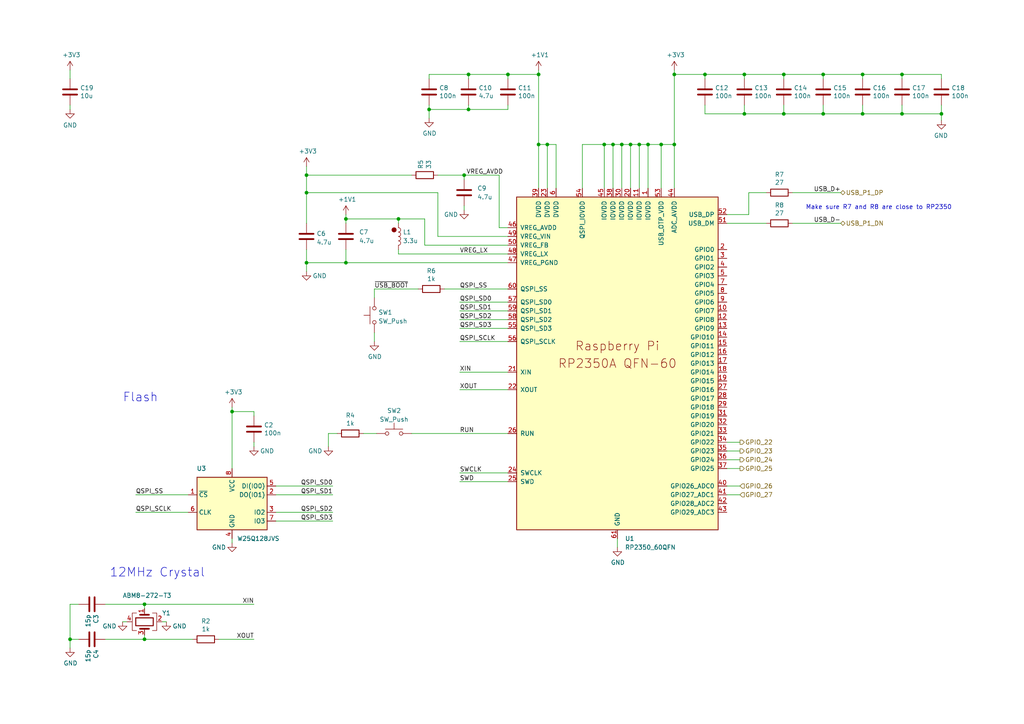
<source format=kicad_sch>
(kicad_sch (version 20250114) (generator "eeschema") (generator_version "9.0")
  (paper "A4")
  (lib_symbols
    (symbol "Device:C" (pin_numbers (hide yes)) (pin_names (offset 0.254))
      (property "Reference" "C" (at 0.635 2.54 0))
      (property "Value" "C" (at 0.635 -2.54 0))
      (symbol "C_0_1"
        (polyline (pts (xy -2.032 0.762) (xy 2.032 0.762)) (stroke (width 0.508)))
        (polyline (pts (xy -2.032 -0.762) (xy 2.032 -0.762)) (stroke (width 0.508)))
      )
      (symbol "C_1_1"
        (pin passive line (at 0 3.81 270) (length 2.794) (name "~") (number "1"))
        (pin passive line (at 0 -3.81 90) (length 2.794) (name "~") (number "2"))
      )
    )
    (symbol "Device:Crystal_GND24" (pin_names (offset 1.016) (hide yes))
      (property "Reference" "Y" (at 3.175 5.08 0))
      (property "Value" "Crystal_GND24" (at 3.175 3.175 0))
      (symbol "Crystal_GND24_0_1"
        (polyline (pts (xy -2.54 2.286) (xy -2.54 3.556) (xy 2.54 3.556) (xy 2.54 2.286)))
        (polyline (pts (xy -2.54 0) (xy -2.032 0)))
        (polyline (pts (xy -2.54 -2.286) (xy -2.54 -3.556) (xy 2.54 -3.556) (xy 2.54 -2.286)))
        (polyline (pts (xy -2.032 -1.27) (xy -2.032 1.27)) (stroke (width 0.508)))
        (rectangle (start -1.143 2.54) (end 1.143 -2.54) (stroke (width 0.3048)))
        (polyline (pts (xy 0 3.556) (xy 0 3.81)))
        (polyline (pts (xy 0 -3.81) (xy 0 -3.556)))
        (polyline (pts (xy 2.032 0) (xy 2.54 0)))
        (polyline (pts (xy 2.032 -1.27) (xy 2.032 1.27)) (stroke (width 0.508)))
      )
      (symbol "Crystal_GND24_1_1"
        (pin passive line (at -3.81 0 0) (length 1.27) (name "1") (number "1"))
        (pin passive line (at 0 5.08 270) (length 1.27) (name "2") (number "2"))
        (pin passive line (at 0 -5.08 90) (length 1.27) (name "4") (number "4"))
        (pin passive line (at 3.81 0 180) (length 1.27) (name "3") (number "3"))
      )
    )
    (symbol "Device:L" (pin_numbers (hide yes)) (pin_names (offset 1.016) (hide yes))
      (property "Reference" "L" (at -1.27 0 90))
      (property "Value" "L" (at 1.905 0 90))
      (symbol "L_0_1"
        (arc (start 0 2.54) (mid 0.6323 1.905) (end 0 1.27))
        (arc (start 0 1.27) (mid 0.6323 0.635) (end 0 0))
        (arc (start 0 0) (mid 0.6323 -0.635) (end 0 -1.27))
        (arc (start 0 -1.27) (mid 0.6323 -1.905) (end 0 -2.54))
      )
      (symbol "L_1_1"
        (pin passive line (at 0 3.81 270) (length 1.27) (name "1") (number "1"))
        (pin passive line (at 0 -3.81 90) (length 1.27) (name "2") (number "2"))
      )
    )
    (symbol "Device:R" (pin_numbers (hide yes)) (pin_names (offset 0))
      (property "Reference" "R" (at 2.032 0 90))
      (property "Value" "R" (at 0 0 90))
      (symbol "R_0_1"
        (rectangle (start -1.016 -2.54) (end 1.016 2.54) (stroke (width 0.254)))
      )
      (symbol "R_1_1"
        (pin passive line (at 0 3.81 270) (length 1.27) (name "~") (number "1"))
        (pin passive line (at 0 -3.81 90) (length 1.27) (name "~") (number "2"))
      )
    )
    (symbol "MCU_RaspberryPi_RP2350:RP2350_60QFN" (pin_names (offset 1.016))
      (property "Reference" "U" (at -29.21 49.53 0))
      (property "Value" "RP2350_60QFN" (at 24.13 -49.53 0))
      (symbol "RP2350_60QFN_0_0"
        (text "Raspberry Pi" (at 0 5.08 0) (effects (font (size 2.54 2.54))))
      )
      (symbol "RP2350_60QFN_0_1"
        (rectangle (start 29.21 48.26) (end -29.21 -48.26) (stroke (width 0.254)) (fill (type background)))
      )
      (symbol "RP2350_60QFN_1_0"
        (text "RP2350A QFN-60" (at 0 0 0) (effects (font (size 2.54 2.54))))
      )
      (symbol "RP2350_60QFN_1_1"
        (pin power_in line (at -31.75 39.37 0) (length 2.54) (name "VREG_AVDD") (number "46"))
        (pin power_in line (at -31.75 36.83 0) (length 2.54) (name "VREG_VIN") (number "49"))
        (pin input line (at -31.75 34.29 0) (length 2.54) (name "VREG_FB") (number "50"))
        (pin power_out line (at -31.75 31.75 0) (length 2.54) (name "VREG_LX") (number "48"))
        (pin power_in line (at -31.75 29.21 0) (length 2.54) (name "VREG_PGND") (number "47"))
        (pin bidirectional line (at -31.75 21.59 0) (length 2.54) (name "QSPI_SS") (number "60"))
        (pin bidirectional line (at -31.75 17.78 0) (length 2.54) (name "QSPI_SD0") (number "57"))
        (pin bidirectional line (at -31.75 15.24 0) (length 2.54) (name "QSPI_SD1") (number "59"))
        (pin bidirectional line (at -31.75 12.7 0) (length 2.54) (name "QSPI_SD2") (number "58"))
        (pin bidirectional line (at -31.75 10.16 0) (length 2.54) (name "QSPI_SD3") (number "55"))
        (pin output line (at -31.75 6.35 0) (length 2.54) (name "QSPI_SCLK") (number "56"))
        (pin input line (at -31.75 -2.54 0) (length 2.54) (name "XIN") (number "21"))
        (pin passive line (at -31.75 -7.62 0) (length 2.54) (name "XOUT") (number "22"))
        (pin input line (at -31.75 -20.32 0) (length 2.54) (name "RUN") (number "26"))
        (pin output line (at -31.75 -31.75 0) (length 2.54) (name "SWCLK") (number "24"))
        (pin bidirectional line (at -31.75 -34.29 0) (length 2.54) (name "SWD") (number "25"))
        (pin power_in line (at -22.86 50.8 270) (length 2.54) (name "DVDD") (number "39"))
        (pin power_in line (at -20.32 50.8 270) (length 2.54) (name "DVDD") (number "23"))
        (pin power_in line (at -17.78 50.8 270) (length 2.54) (name "DVDD") (number "6"))
        (pin power_in line (at -10.16 50.8 270) (length 2.54) (name "QSPI_IOVDD") (number "54"))
        (pin power_in line (at -3.81 50.8 270) (length 2.54) (name "IOVDD") (number "45"))
        (pin power_in line (at -1.27 50.8 270) (length 2.54) (name "IOVDD") (number "38"))
        (pin power_in line (at 0 -50.8 90) (length 2.54) (name "GND") (number "61"))
        (pin power_in line (at 1.27 50.8 270) (length 2.54) (name "IOVDD") (number "30"))
        (pin power_in line (at 3.81 50.8 270) (length 2.54) (name "IOVDD") (number "20"))
        (pin power_in line (at 6.35 50.8 270) (length 2.54) (name "IOVDD") (number "11"))
        (pin power_in line (at 8.89 50.8 270) (length 2.54) (name "IOVDD") (number "1"))
        (pin power_in line (at 12.7 50.8 270) (length 2.54) (name "USB_OTP_VDD") (number "53"))
        (pin power_in line (at 16.51 50.8 270) (length 2.54) (name "ADC_AVDD") (number "44"))
        (pin bidirectional line (at 31.75 43.18 180) (length 2.54) (name "USB_DP") (number "52"))
        (pin bidirectional line (at 31.75 40.64 180) (length 2.54) (name "USB_DM") (number "51"))
        (pin bidirectional line (at 31.75 33.02 180) (length 2.54) (name "GPIO0") (number "2"))
        (pin bidirectional line (at 31.75 30.48 180) (length 2.54) (name "GPIO1") (number "3"))
        (pin bidirectional line (at 31.75 27.94 180) (length 2.54) (name "GPIO2") (number "4"))
        (pin bidirectional line (at 31.75 25.4 180) (length 2.54) (name "GPIO3") (number "5"))
        (pin bidirectional line (at 31.75 22.86 180) (length 2.54) (name "GPIO4") (number "7"))
        (pin bidirectional line (at 31.75 20.32 180) (length 2.54) (name "GPIO5") (number "8"))
        (pin bidirectional line (at 31.75 17.78 180) (length 2.54) (name "GPIO6") (number "9"))
        (pin bidirectional line (at 31.75 15.24 180) (length 2.54) (name "GPIO7") (number "10"))
        (pin bidirectional line (at 31.75 12.7 180) (length 2.54) (name "GPIO8") (number "12"))
        (pin bidirectional line (at 31.75 10.16 180) (length 2.54) (name "GPIO9") (number "13"))
        (pin bidirectional line (at 31.75 7.62 180) (length 2.54) (name "GPIO10") (number "14"))
        (pin bidirectional line (at 31.75 5.08 180) (length 2.54) (name "GPIO11") (number "15"))
        (pin bidirectional line (at 31.75 2.54 180) (length 2.54) (name "GPIO12") (number "16"))
        (pin bidirectional line (at 31.75 0 180) (length 2.54) (name "GPIO13") (number "17"))
        (pin bidirectional line (at 31.75 -2.54 180) (length 2.54) (name "GPIO14") (number "18"))
        (pin bidirectional line (at 31.75 -5.08 180) (length 2.54) (name "GPIO15") (number "19"))
        (pin bidirectional line (at 31.75 -7.62 180) (length 2.54) (name "GPIO16") (number "27"))
        (pin bidirectional line (at 31.75 -10.16 180) (length 2.54) (name "GPIO17") (number "28"))
        (pin bidirectional line (at 31.75 -12.7 180) (length 2.54) (name "GPIO18") (number "29"))
        (pin bidirectional line (at 31.75 -15.24 180) (length 2.54) (name "GPIO19") (number "31"))
        (pin bidirectional line (at 31.75 -17.78 180) (length 2.54) (name "GPIO20") (number "32"))
        (pin bidirectional line (at 31.75 -20.32 180) (length 2.54) (name "GPIO21") (number "33"))
        (pin bidirectional line (at 31.75 -22.86 180) (length 2.54) (name "GPIO22") (number "34"))
        (pin bidirectional line (at 31.75 -25.4 180) (length 2.54) (name "GPIO23") (number "35"))
        (pin bidirectional line (at 31.75 -27.94 180) (length 2.54) (name "GPIO24") (number "36"))
        (pin bidirectional line (at 31.75 -30.48 180) (length 2.54) (name "GPIO25") (number "37"))
        (pin bidirectional line (at 31.75 -35.56 180) (length 2.54) (name "GPIO26_ADC0") (number "40"))
        (pin bidirectional line (at 31.75 -38.1 180) (length 2.54) (name "GPIO27_ADC1") (number "41"))
        (pin bidirectional line (at 31.75 -40.64 180) (length 2.54) (name "GPIO28_ADC2") (number "42"))
        (pin bidirectional line (at 31.75 -43.18 180) (length 2.54) (name "GPIO29_ADC3") (number "43"))
      )
    )
    (symbol "Memory_Flash:W25Q128JVS"
      (property "Reference" "U" (at -8.89 8.89 0))
      (property "Value" "W25Q128JVS" (at 7.62 8.89 0))
      (symbol "W25Q128JVS_0_1"
        (rectangle (start -10.16 7.62) (end 10.16 -7.62) (stroke (width 0.254)) (fill (type background)))
      )
      (symbol "W25Q128JVS_1_1"
        (pin input line (at -12.7 2.54 0) (length 2.54) (name "~{CS}") (number "1"))
        (pin input line (at -12.7 -2.54 0) (length 2.54) (name "CLK") (number "6"))
        (pin power_in line (at 0 10.16 270) (length 2.54) (name "VCC") (number "8"))
        (pin power_in line (at 0 -10.16 90) (length 2.54) (name "GND") (number "4"))
        (pin bidirectional line (at 12.7 5.08 180) (length 2.54) (name "DI(IO0)") (number "5"))
        (pin bidirectional line (at 12.7 2.54 180) (length 2.54) (name "DO(IO1)") (number "2"))
        (pin bidirectional line (at 12.7 -2.54 180) (length 2.54) (name "IO2") (number "3"))
        (pin bidirectional line (at 12.7 -5.08 180) (length 2.54) (name "IO3") (number "7"))
      )
    )
    (symbol "Switch:SW_Push" (pin_numbers (hide yes)) (pin_names (offset 1.016) (hide yes))
      (property "Reference" "SW" (at 1.27 2.54 0))
      (property "Value" "SW_Push" (at 0 -1.524 0))
      (symbol "SW_Push_0_1"
        (circle (center -2.032 0) (radius 0.508))
        (polyline (pts (xy 0 1.27) (xy 0 3.048)))
        (circle (center 2.032 0) (radius 0.508))
        (polyline (pts (xy 2.54 1.27) (xy -2.54 1.27)))
        (pin passive line (at -5.08 0 0) (length 2.54) (name "1") (number "1"))
        (pin passive line (at 5.08 0 180) (length 2.54) (name "2") (number "2"))
      )
    )
    (symbol "power:+1V1" (power) (pin_names (offset 0))
      (property "Value" "+1V1" (at 0 3.556 0))
      (symbol "+1V1_0_1"
        (polyline (pts (xy -0.762 1.27) (xy 0 2.54)))
        (polyline (pts (xy 0 2.54) (xy 0.762 1.27)))
        (polyline (pts (xy 0 0) (xy 0 2.54)))
      )
      (symbol "+1V1_1_1"
        (pin power_in line (at 0 0 90) (length 0) (hide yes) (name "+1V1") (number "1"))
      )
    )
    (symbol "power:+3V3" (power) (pin_names (offset 0))
      (property "Value" "+3V3" (at 0 3.556 0))
      (symbol "+3V3_0_1"
        (polyline (pts (xy -0.762 1.27) (xy 0 2.54)))
        (polyline (pts (xy 0 2.54) (xy 0.762 1.27)))
        (polyline (pts (xy 0 0) (xy 0 2.54)))
      )
      (symbol "+3V3_1_1"
        (pin power_in line (at 0 0 90) (length 0) (hide yes) (name "+3V3") (number "1"))
      )
    )
    (symbol "power:GND" (power) (pin_names (offset 0))
      (property "Value" "GND" (at 0 -3.81 0))
      (symbol "GND_0_1"
        (polyline (pts (xy 0 0) (xy 0 -1.27) (xy 1.27 -1.27) (xy 0 -2.54) (xy -1.27 -1.27) (xy 0 -1.27)))
      )
      (symbol "GND_1_1"
        (pin power_in line (at 0 0 270) (length 0) (hide yes) (name "GND") (number "1"))
      )
    )
  )
  (circle (center 114.3 66.675) (radius 0.635) (stroke (width 0) (color 132 0 0 1)) (fill (type color) (color 132 0 0 1)))
  (text "Flash" (at 35.56 116.84 0) (effects (font (size 2.54 2.54)) (justify left bottom)))
  (text "Make sure R7 and R8 are close to RP2350\n" (at 233.68 60.96 0) (effects (font (size 1.27 1.27)) (justify left bottom)))
  (text "12MHz Crystal" (at 31.75 167.64 0) (effects (font (size 2.54 2.54)) (justify left bottom)))
  (junction (at 238.76 21.59))
  (junction (at 135.89 31.75))
  (junction (at 195.58 41.91))
  (junction (at 100.33 76.2))
  (junction (at 41.91 175.26))
  (junction (at 88.9 76.2))
  (junction (at 88.9 50.8))
  (junction (at 261.62 33.02))
  (junction (at 67.31 119.38))
  (junction (at 185.42 41.91))
  (junction (at 158.75 41.91))
  (junction (at 175.26 41.91))
  (junction (at 215.9 33.02))
  (junction (at 191.77 41.91))
  (junction (at 227.33 21.59))
  (junction (at 177.8 41.91))
  (junction (at 250.19 33.02))
  (junction (at 227.33 33.02))
  (junction (at 124.46 31.75))
  (junction (at 135.89 21.59))
  (junction (at 134.62 50.8))
  (junction (at 187.96 41.91))
  (junction (at 115.57 63.5))
  (junction (at 147.32 21.59))
  (junction (at 156.21 41.91))
  (junction (at 182.88 41.91))
  (junction (at 195.58 21.59))
  (junction (at 273.05 33.02))
  (junction (at 20.32 185.42))
  (junction (at 250.19 21.59))
  (junction (at 261.62 21.59))
  (junction (at 88.9 55.88))
  (junction (at 41.91 185.42))
  (junction (at 238.76 33.02))
  (junction (at 180.34 41.91))
  (junction (at 215.9 21.59))
  (junction (at 100.33 63.5))
  (junction (at 156.21 21.59))
  (junction (at 204.47 21.59))
  (wire (pts (xy 185.42 54.61) (xy 185.42 41.91)))
  (wire (pts (xy 217.17 55.88) (xy 217.17 62.23)))
  (wire (pts (xy 161.29 41.91) (xy 161.29 54.61)))
  (wire (pts (xy 187.96 41.91) (xy 187.96 54.61)))
  (wire (pts (xy 67.31 118.11) (xy 67.31 119.38)))
  (wire (pts (xy 39.37 143.51) (xy 54.61 143.51)))
  (wire (pts (xy 100.33 72.39) (xy 100.33 76.2)))
  (wire (pts (xy 250.19 21.59) (xy 261.62 21.59)))
  (wire (pts (xy 100.33 63.5) (xy 115.57 63.5)))
  (wire (pts (xy 168.91 41.91) (xy 175.26 41.91)))
  (wire (pts (xy 95.25 125.73) (xy 95.25 129.54)))
  (wire (pts (xy 147.32 21.59) (xy 156.21 21.59)))
  (wire (pts (xy 147.32 137.16) (xy 133.35 137.16)))
  (wire (pts (xy 97.79 125.73) (xy 95.25 125.73)))
  (wire (pts (xy 261.62 21.59) (xy 273.05 21.59)))
  (wire (pts (xy 210.82 62.23) (xy 217.17 62.23)))
  (wire (pts (xy 204.47 22.86) (xy 204.47 21.59)))
  (wire (pts (xy 133.35 95.25) (xy 147.32 95.25)))
  (wire (pts (xy 80.01 140.97) (xy 96.52 140.97)))
  (wire (pts (xy 30.48 175.26) (xy 41.91 175.26)))
  (wire (pts (xy 180.34 41.91) (xy 182.88 41.91)))
  (wire (pts (xy 238.76 30.48) (xy 238.76 33.02)))
  (wire (pts (xy 217.17 55.88) (xy 222.25 55.88)))
  (wire (pts (xy 127 50.8) (xy 134.62 50.8)))
  (wire (pts (xy 123.19 71.12) (xy 123.19 63.5)))
  (wire (pts (xy 108.585 83.82) (xy 108.585 86.36)))
  (wire (pts (xy 158.75 54.61) (xy 158.75 41.91)))
  (wire (pts (xy 147.32 71.12) (xy 123.19 71.12)))
  (wire (pts (xy 229.87 64.77) (xy 243.84 64.77)))
  (wire (pts (xy 147.32 22.86) (xy 147.32 21.59)))
  (wire (pts (xy 238.76 33.02) (xy 227.33 33.02)))
  (wire (pts (xy 227.33 30.48) (xy 227.33 33.02)))
  (wire (pts (xy 215.9 21.59) (xy 227.33 21.59)))
  (wire (pts (xy 88.9 50.8) (xy 119.38 50.8)))
  (wire (pts (xy 144.78 50.8) (xy 144.78 66.04)))
  (wire (pts (xy 124.46 22.86) (xy 124.46 21.59)))
  (wire (pts (xy 124.46 31.75) (xy 124.46 34.29)))
  (wire (pts (xy 182.88 41.91) (xy 185.42 41.91)))
  (wire (pts (xy 115.57 63.5) (xy 115.57 64.77)))
  (wire (pts (xy 63.5 185.42) (xy 73.66 185.42)))
  (wire (pts (xy 187.96 41.91) (xy 191.77 41.91)))
  (wire (pts (xy 20.32 30.48) (xy 20.32 31.75)))
  (wire (pts (xy 115.57 73.66) (xy 115.57 72.39)))
  (wire (pts (xy 108.585 96.52) (xy 108.585 99.06)))
  (wire (pts (xy 215.9 30.48) (xy 215.9 33.02)))
  (wire (pts (xy 41.91 175.26) (xy 73.66 175.26)))
  (wire (pts (xy 88.9 48.26) (xy 88.9 50.8)))
  (wire (pts (xy 210.82 143.51) (xy 214.63 143.51)))
  (wire (pts (xy 115.57 73.66) (xy 147.32 73.66)))
  (wire (pts (xy 123.19 63.5) (xy 115.57 63.5)))
  (wire (pts (xy 135.89 30.48) (xy 135.89 31.75)))
  (wire (pts (xy 41.91 184.15) (xy 41.91 185.42)))
  (wire (pts (xy 135.89 31.75) (xy 147.32 31.75)))
  (wire (pts (xy 133.35 90.17) (xy 147.32 90.17)))
  (wire (pts (xy 195.58 41.91) (xy 195.58 54.61)))
  (wire (pts (xy 133.35 92.71) (xy 147.32 92.71)))
  (wire (pts (xy 250.19 30.48) (xy 250.19 33.02)))
  (wire (pts (xy 179.07 156.21) (xy 179.07 158.75)))
  (wire (pts (xy 204.47 21.59) (xy 215.9 21.59)))
  (wire (pts (xy 41.91 185.42) (xy 55.88 185.42)))
  (wire (pts (xy 134.62 60.96) (xy 134.62 59.69)))
  (wire (pts (xy 175.26 54.61) (xy 175.26 41.91)))
  (wire (pts (xy 227.33 33.02) (xy 215.9 33.02)))
  (wire (pts (xy 250.19 33.02) (xy 238.76 33.02)))
  (wire (pts (xy 80.01 148.59) (xy 96.52 148.59)))
  (wire (pts (xy 67.31 156.21) (xy 67.31 157.48)))
  (wire (pts (xy 250.19 22.86) (xy 250.19 21.59)))
  (wire (pts (xy 215.9 33.02) (xy 204.47 33.02)))
  (wire (pts (xy 124.46 21.59) (xy 135.89 21.59)))
  (wire (pts (xy 88.9 50.8) (xy 88.9 55.88)))
  (wire (pts (xy 88.9 76.2) (xy 88.9 78.74)))
  (wire (pts (xy 191.77 54.61) (xy 191.77 41.91)))
  (wire (pts (xy 210.82 128.27) (xy 214.63 128.27)))
  (wire (pts (xy 195.58 20.32) (xy 195.58 21.59)))
  (wire (pts (xy 121.285 83.82) (xy 108.585 83.82)))
  (wire (pts (xy 210.82 140.97) (xy 214.63 140.97)))
  (wire (pts (xy 261.62 22.86) (xy 261.62 21.59)))
  (wire (pts (xy 88.9 72.39) (xy 88.9 76.2)))
  (wire (pts (xy 144.78 66.04) (xy 147.32 66.04)))
  (wire (pts (xy 39.37 148.59) (xy 54.61 148.59)))
  (wire (pts (xy 20.32 20.32) (xy 20.32 22.86)))
  (wire (pts (xy 177.8 54.61) (xy 177.8 41.91)))
  (wire (pts (xy 227.33 22.86) (xy 227.33 21.59)))
  (wire (pts (xy 20.32 185.42) (xy 20.32 187.96)))
  (wire (pts (xy 156.21 21.59) (xy 156.21 41.91)))
  (wire (pts (xy 88.9 55.88) (xy 127 55.88)))
  (wire (pts (xy 261.62 33.02) (xy 273.05 33.02)))
  (wire (pts (xy 273.05 30.48) (xy 273.05 33.02)))
  (wire (pts (xy 168.91 54.61) (xy 168.91 41.91)))
  (wire (pts (xy 46.99 180.34) (xy 48.26 180.34)))
  (wire (pts (xy 22.86 175.26) (xy 20.32 175.26)))
  (wire (pts (xy 204.47 30.48) (xy 204.47 33.02)))
  (wire (pts (xy 124.46 31.75) (xy 135.89 31.75)))
  (wire (pts (xy 147.32 99.06) (xy 133.35 99.06)))
  (wire (pts (xy 273.05 22.86) (xy 273.05 21.59)))
  (wire (pts (xy 127 55.88) (xy 127 68.58)))
  (wire (pts (xy 67.31 119.38) (xy 67.31 135.89)))
  (wire (pts (xy 80.01 151.13) (xy 96.52 151.13)))
  (wire (pts (xy 175.26 41.91) (xy 177.8 41.91)))
  (wire (pts (xy 73.66 128.27) (xy 73.66 129.54)))
  (wire (pts (xy 156.21 41.91) (xy 156.21 54.61)))
  (wire (pts (xy 88.9 55.88) (xy 88.9 64.77)))
  (wire (pts (xy 147.32 139.7) (xy 133.35 139.7)))
  (wire (pts (xy 134.62 50.8) (xy 144.78 50.8)))
  (wire (pts (xy 30.48 185.42) (xy 41.91 185.42)))
  (wire (pts (xy 195.58 21.59) (xy 195.58 41.91)))
  (wire (pts (xy 20.32 175.26) (xy 20.32 185.42)))
  (wire (pts (xy 35.56 180.34) (xy 36.83 180.34)))
  (wire (pts (xy 191.77 41.91) (xy 195.58 41.91)))
  (wire (pts (xy 80.01 143.51) (xy 96.52 143.51)))
  (wire (pts (xy 124.46 30.48) (xy 124.46 31.75)))
  (wire (pts (xy 215.9 22.86) (xy 215.9 21.59)))
  (wire (pts (xy 100.33 64.77) (xy 100.33 63.5)))
  (wire (pts (xy 100.33 62.23) (xy 100.33 63.5)))
  (wire (pts (xy 238.76 21.59) (xy 250.19 21.59)))
  (wire (pts (xy 210.82 133.35) (xy 214.63 133.35)))
  (wire (pts (xy 41.91 176.53) (xy 41.91 175.26)))
  (wire (pts (xy 273.05 33.02) (xy 273.05 34.925)))
  (wire (pts (xy 119.38 125.73) (xy 147.32 125.73)))
  (wire (pts (xy 180.34 54.61) (xy 180.34 41.91)))
  (wire (pts (xy 134.62 50.8) (xy 134.62 52.07)))
  (wire (pts (xy 135.89 21.59) (xy 147.32 21.59)))
  (wire (pts (xy 127 68.58) (xy 147.32 68.58)))
  (wire (pts (xy 88.9 76.2) (xy 100.33 76.2)))
  (wire (pts (xy 147.32 83.82) (xy 128.905 83.82)))
  (wire (pts (xy 261.62 30.48) (xy 261.62 33.02)))
  (wire (pts (xy 147.32 31.75) (xy 147.32 30.48)))
  (wire (pts (xy 156.21 20.32) (xy 156.21 21.59)))
  (wire (pts (xy 210.82 64.77) (xy 222.25 64.77)))
  (wire (pts (xy 147.32 113.03) (xy 133.35 113.03)))
  (wire (pts (xy 229.87 55.88) (xy 243.84 55.88)))
  (wire (pts (xy 261.62 33.02) (xy 250.19 33.02)))
  (wire (pts (xy 73.66 120.65) (xy 73.66 119.38)))
  (wire (pts (xy 227.33 21.59) (xy 238.76 21.59)))
  (wire (pts (xy 238.76 22.86) (xy 238.76 21.59)))
  (wire (pts (xy 100.33 76.2) (xy 147.32 76.2)))
  (wire (pts (xy 158.75 41.91) (xy 156.21 41.91)))
  (wire (pts (xy 135.89 22.86) (xy 135.89 21.59)))
  (wire (pts (xy 210.82 135.89) (xy 214.63 135.89)))
  (wire (pts (xy 210.82 130.81) (xy 214.63 130.81)))
  (wire (pts (xy 158.75 41.91) (xy 161.29 41.91)))
  (wire (pts (xy 22.86 185.42) (xy 20.32 185.42)))
  (wire (pts (xy 105.41 125.73) (xy 109.22 125.73)))
  (wire (pts (xy 195.58 21.59) (xy 204.47 21.59)))
  (wire (pts (xy 182.88 54.61) (xy 182.88 41.91)))
  (wire (pts (xy 133.35 87.63) (xy 147.32 87.63)))
  (wire (pts (xy 73.66 119.38) (xy 67.31 119.38)))
  (wire (pts (xy 185.42 41.91) (xy 187.96 41.91)))
  (wire (pts (xy 177.8 41.91) (xy 180.34 41.91)))
  (wire (pts (xy 133.35 107.95) (xy 147.32 107.95)))
  (label "USB_D+" (at 243.84 55.88 180))
  (label "QSPI_SCLK" (at 39.37 148.59 0))
  (label "XIN" (at 73.66 175.26 180))
  (label "QSPI_SD1" (at 133.35 90.17 0))
  (label "XOUT" (at 73.66 185.42 180))
  (label "SWCLK" (at 133.35 137.16 0))
  (label "XOUT" (at 133.35 113.03 0))
  (label "QSPI_SD2" (at 133.35 92.71 0))
  (label "QSPI_SS" (at 133.35 83.82 0))
  (label "QSPI_SD2" (at 96.52 148.59 180))
  (label "QSPI_SD3" (at 96.52 151.13 180))
  (label "QSPI_SD0" (at 96.52 140.97 180))
  (label "~{USB_BOOT}" (at 108.585 83.82 0))
  (label "USB_D-" (at 243.84 64.77 180))
  (label "QSPI_SD1" (at 96.52 143.51 180))
  (label "QSPI_SS" (at 39.37 143.51 0))
  (label "RUN" (at 133.35 125.73 0))
  (label "SWD" (at 133.35 139.7 0))
  (label "QSPI_SD0" (at 133.35 87.63 0))
  (label "QSPI_SCLK" (at 133.35 99.06 0))
  (label "VREG_LX" (at 133.35 73.66 0))
  (label "XIN" (at 133.35 107.95 0))
  (label "VREG_AVDD" (at 135.255 50.8 0))
  (label "QSPI_SD3" (at 133.35 95.25 0))
  (hierarchical_label "GPIO_22" (shape output) (at 214.63 128.27 0))
  (hierarchical_label "GPIO_27" (shape input) (at 214.63 143.51 0))
  (hierarchical_label "GPIO_26" (shape input) (at 214.63 140.97 0))
  (hierarchical_label "USB_P1_DP" (shape bidirectional) (at 243.84 55.88 0))
  (hierarchical_label "GPIO_23" (shape output) (at 214.63 130.81 0))
  (hierarchical_label "GPIO_25" (shape output) (at 214.63 135.89 0))
  (hierarchical_label "GPIO_24" (shape output) (at 214.63 133.35 0))
  (hierarchical_label "USB_P1_DN" (shape bidirectional) (at 243.84 64.77 0))
  (symbol (lib_id "Memory_Flash:W25Q128JVS") (at 67.31 146.05 0) (unit 1)
    (property "Reference" "U3" (at 58.42 135.89 0))
    (property "Value" "W25Q128JVS" (at 74.93 156.21 0))
    (property "Footprint" "Package_SO:SOIC-8_5.23x5.23mm_P1.27mm" (effects (hide yes)))
    (property "Datasheet" "http://www.winbond.com/resource-files/w25q128jv_dtr%20revc%2003272018%20plus.pdf" (effects (hide yes)))
  )
  (symbol (lib_id "power:+3V3") (at 67.31 118.11 0) (unit 1)
    (property "Reference" "#PWR04" (effects (hide yes)))
    (property "Value" "+3V3" (at 67.691 113.7158 0))
  )
  (symbol (lib_id "power:GND") (at 67.31 157.48 0) (unit 1)
    (property "Reference" "#PWR05" (effects (hide yes)))
    (property "Value" "GND" (at 63.5 158.75 0))
  )
  (symbol (lib_id "Device:C") (at 73.66 124.46 0) (unit 1)
    (property "Reference" "C2" (at 76.581 123.2916 0) (effects (justify left)))
    (property "Value" "100n" (at 76.581 125.603 0) (effects (justify left)))
    (property "Footprint" "Capacitor_SMD:C_0402_1005Metric" (effects (hide yes)))
  )
  (symbol (lib_id "power:GND") (at 73.66 129.54 0) (unit 1)
    (property "Reference" "#PWR06" (effects (hide yes)))
    (property "Value" "GND" (at 77.47 130.81 0))
  )
  (symbol (lib_id "power:GND") (at 179.07 158.75 0) (unit 1)
    (property "Reference" "#PWR021" (effects (hide yes)))
    (property "Value" "GND" (at 179.197 163.1442 0))
  )
  (symbol (lib_id "Device:R") (at 226.06 55.88 270) (unit 1)
    (property "Reference" "R7" (at 226.06 50.6222 90))
    (property "Value" "27" (at 226.06 52.9336 90))
    (property "Footprint" "Resistor_SMD:R_0402_1005Metric" (effects (hide yes)))
  )
  (symbol (lib_id "Device:R") (at 226.06 64.77 270) (unit 1)
    (property "Reference" "R8" (at 226.06 59.5122 90))
    (property "Value" "27" (at 226.06 61.8236 90))
    (property "Footprint" "Resistor_SMD:R_0402_1005Metric" (effects (hide yes)))
  )
  (symbol (lib_id "power:+3V3") (at 195.58 20.32 0) (unit 1)
    (property "Reference" "#PWR022" (effects (hide yes)))
    (property "Value" "+3V3" (at 195.961 15.9258 0))
  )
  (symbol (lib_id "Device:C") (at 204.47 26.67 0) (unit 1)
    (property "Reference" "C12" (at 207.391 25.5016 0) (effects (justify left)))
    (property "Value" "100n" (at 207.391 27.813 0) (effects (justify left)))
    (property "Footprint" "Capacitor_SMD:C_0402_1005Metric" (effects (hide yes)))
  )
  (symbol (lib_id "Device:C") (at 215.9 26.67 0) (unit 1)
    (property "Reference" "C13" (at 218.821 25.5016 0) (effects (justify left)))
    (property "Value" "100n" (at 218.821 27.813 0) (effects (justify left)))
    (property "Footprint" "Capacitor_SMD:C_0402_1005Metric" (effects (hide yes)))
  )
  (symbol (lib_id "Device:C") (at 227.33 26.67 0) (unit 1)
    (property "Reference" "C14" (at 230.251 25.5016 0) (effects (justify left)))
    (property "Value" "100n" (at 230.251 27.813 0) (effects (justify left)))
    (property "Footprint" "Capacitor_SMD:C_0402_1005Metric" (effects (hide yes)))
  )
  (symbol (lib_id "Device:C") (at 238.76 26.67 0) (unit 1)
    (property "Reference" "C15" (at 241.681 25.5016 0) (effects (justify left)))
    (property "Value" "100n" (at 241.681 27.813 0) (effects (justify left)))
    (property "Footprint" "Capacitor_SMD:C_0402_1005Metric" (effects (hide yes)))
  )
  (symbol (lib_id "Device:C") (at 250.19 26.67 0) (unit 1)
    (property "Reference" "C16" (at 253.111 25.5016 0) (effects (justify left)))
    (property "Value" "100n" (at 253.111 27.813 0) (effects (justify left)))
    (property "Footprint" "Capacitor_SMD:C_0402_1005Metric" (effects (hide yes)))
  )
  (symbol (lib_id "Device:C") (at 261.62 26.67 0) (unit 1)
    (property "Reference" "C17" (at 264.541 25.5016 0) (effects (justify left)))
    (property "Value" "100n" (at 264.541 27.813 0) (effects (justify left)))
    (property "Footprint" "Capacitor_SMD:C_0402_1005Metric" (effects (hide yes)))
  )
  (symbol (lib_id "power:+3V3") (at 20.32 20.32 0) (unit 1)
    (property "Reference" "#PWR027" (effects (hide yes)))
    (property "Value" "+3V3" (at 20.701 15.9258 0))
  )
  (symbol (lib_id "Device:C") (at 20.32 26.67 0) (unit 1)
    (property "Reference" "C19" (at 23.241 25.5016 0) (effects (justify left)))
    (property "Value" "10u" (at 23.241 27.813 0) (effects (justify left)))
    (property "Footprint" "Capacitor_SMD:C_0805_2012Metric" (effects (hide yes)))
  )
  (symbol (lib_id "power:GND") (at 20.32 31.75 0) (unit 1)
    (property "Reference" "#PWR028" (effects (hide yes)))
    (property "Value" "GND" (at 20.32 36.322 0))
  )
  (symbol (lib_id "power:+3V3") (at 88.9 48.26 0) (unit 1)
    (property "Reference" "#PWR013" (effects (hide yes)))
    (property "Value" "+3V3" (at 89.281 43.8658 0))
  )
  (symbol (lib_id "Device:C") (at 147.32 26.67 0) (unit 1)
    (property "Reference" "C11" (at 150.241 25.5016 0) (effects (justify left)))
    (property "Value" "100n" (at 150.241 27.813 0) (effects (justify left)))
    (property "Footprint" "Capacitor_SMD:C_0402_1005Metric" (effects (hide yes)))
  )
  (symbol (lib_id "Device:R") (at 101.6 125.73 270) (unit 1)
    (property "Reference" "R4" (at 101.6 120.4722 90))
    (property "Value" "1k" (at 101.6 122.7836 90))
    (property "Footprint" "Resistor_SMD:R_0402_1005Metric" (effects (hide yes)))
  )
  (symbol (lib_id "power:GND") (at 108.585 99.06 0) (unit 1)
    (property "Reference" "#PWR017" (effects (hide yes)))
    (property "Value" "GND" (at 108.712 103.4542 0))
  )
  (symbol (lib_id "power:GND") (at 134.62 60.96 0) (unit 1)
    (property "Reference" "#PWR019" (effects (hide yes)))
    (property "Value" "GND" (at 130.81 62.23 0))
  )
  (symbol (lib_id "MCU_RaspberryPi_RP2350:RP2350_60QFN") (at 179.07 105.41 0) (unit 1)
    (property "Reference" "U1" (at 181.2641 156.21 0) (effects (justify left)))
    (property "Value" "RP2350_60QFN" (at 181.2641 158.75 0) (effects (justify left)))
    (property "Footprint" "RP2350_60QFN_minimal:RP2350-QFN-60-1EP_7x7_P0.4mm_EP3.4x3.4mm_ThermalVias" (effects (hide yes)))
  )
  (symbol (lib_id "Device:C") (at 273.05 26.67 0) (unit 1)
    (property "Reference" "C18" (at 275.971 25.5016 0) (effects (justify left)))
    (property "Value" "100n" (at 275.971 27.813 0) (effects (justify left)))
    (property "Footprint" "Capacitor_SMD:C_0402_1005Metric" (effects (hide yes)))
  )
  (symbol (lib_id "power:GND") (at 20.32 187.96 0) (unit 1)
    (property "Reference" "#PWR07" (effects (hide yes)))
    (property "Value" "GND" (at 20.447 192.3542 0))
  )
  (symbol (lib_id "Switch:SW_Push") (at 114.3 125.73 0) (unit 1)
    (property "Reference" "SW2" (at 114.3 119.1092 0))
    (property "Value" "SW_Push" (at 114.3 121.6461 0))
    (property "Footprint" "Button_Switch_SMD:SW_Push_1P1T_NO_Vertical_Wuerth_434133025816" (effects (hide yes)))
  )
  (symbol (lib_id "Device:R") (at 125.095 83.82 270) (unit 1)
    (property "Reference" "R6" (at 125.095 78.5622 90))
    (property "Value" "1k" (at 125.095 80.8736 90))
    (property "Footprint" "Resistor_SMD:R_0402_1005Metric" (effects (hide yes)))
  )
  (symbol (lib_id "Device:R") (at 123.19 50.8 90) (unit 1)
    (property "Reference" "R5" (at 122.0216 49.022 0) (effects (justify left)))
    (property "Value" "33" (at 124.333 49.022 0) (effects (justify left)))
    (property "Footprint" "Resistor_SMD:R_0402_1005Metric" (effects (hide yes)))
  )
  (symbol (lib_id "Device:C") (at 88.9 68.58 0) (unit 1)
    (property "Reference" "C6" (at 91.821 67.7453 0) (effects (justify left)))
    (property "Value" "4.7u" (at 91.821 70.2822 0) (effects (justify left)))
    (property "Footprint" "RP2350_60QFN_minimal:C_0402_1005Metric_small_pads" (effects (hide yes)))
  )
  (symbol (lib_id "power:GND") (at 48.26 180.34 0) (unit 1)
    (property "Reference" "#PWR012" (effects (hide yes)))
    (property "Value" "GND" (at 52.07 181.61 0))
  )
  (symbol (lib_id "power:GND") (at 124.46 34.29 0) (unit 1)
    (property "Reference" "#PWR018" (effects (hide yes)))
    (property "Value" "GND" (at 124.587 38.6842 0))
  )
  (symbol (lib_id "Device:C") (at 26.67 185.42 270) (unit 1)
    (property "Reference" "C4" (at 27.8384 188.341 0) (effects (justify left)))
    (property "Value" "15p" (at 25.527 188.341 0) (effects (justify left)))
    (property "Footprint" "Capacitor_SMD:C_0402_1005Metric" (effects (hide yes)))
  )
  (symbol (lib_id "Device:C") (at 100.33 68.58 0) (unit 1)
    (property "Reference" "C7" (at 104.14 67.31 0) (effects (justify left)))
    (property "Value" "4.7u" (at 104.14 69.85 0) (effects (justify left)))
    (property "Footprint" "RP2350_60QFN_minimal:C_0402_1005Metric_small_pads" (effects (hide yes)))
  )
  (symbol (lib_id "Device:C") (at 134.62 55.88 0) (unit 1)
    (property "Reference" "C9" (at 138.43 54.61 0) (effects (justify left)))
    (property "Value" "4.7u" (at 138.43 57.15 0) (effects (justify left)))
    (property "Footprint" "Capacitor_SMD:C_0402_1005Metric" (effects (hide yes)))
  )
  (symbol (lib_id "power:+1V1") (at 156.21 20.32 0) (unit 1)
    (property "Reference" "#PWR020" (effects (hide yes)))
    (property "Value" "+1V1" (at 156.591 15.9258 0))
  )
  (symbol (lib_id "Device:R") (at 59.69 185.42 270) (unit 1)
    (property "Reference" "R2" (at 59.69 180.1622 90))
    (property "Value" "1k" (at 59.69 182.4736 90))
    (property "Footprint" "Resistor_SMD:R_0402_1005Metric" (effects (hide yes)))
  )
  (symbol (lib_id "Device:C") (at 124.46 26.67 0) (unit 1)
    (property "Reference" "C8" (at 127.381 25.5016 0) (effects (justify left)))
    (property "Value" "100n" (at 127.381 27.813 0) (effects (justify left)))
    (property "Footprint" "Capacitor_SMD:C_0402_1005Metric" (effects (hide yes)))
  )
  (symbol (lib_id "Switch:SW_Push") (at 108.585 91.44 90) (unit 1)
    (property "Reference" "SW1" (at 109.728 90.6053 90) (effects (justify right)))
    (property "Value" "SW_Push" (at 109.728 93.1422 90) (effects (justify right)))
    (property "Footprint" "Button_Switch_SMD:SW_Push_1P1T_NO_Vertical_Wuerth_434133025816" (effects (hide yes)))
  )
  (symbol (lib_id "Device:C") (at 135.89 26.67 0) (unit 1)
    (property "Reference" "C10" (at 138.811 25.5016 0) (effects (justify left)))
    (property "Value" "4.7u" (at 138.811 27.813 0) (effects (justify left)))
    (property "Footprint" "Capacitor_SMD:C_0402_1005Metric" (effects (hide yes)))
  )
  (symbol (lib_id "power:GND") (at 35.56 180.34 0) (unit 1)
    (property "Reference" "#PWR09" (effects (hide yes)))
    (property "Value" "GND" (at 31.75 181.61 0))
  )
  (symbol (lib_id "power:GND") (at 273.05 34.925 0) (mirror y) (unit 1)
    (property "Reference" "#PWR023" (effects (hide yes)))
    (property "Value" "GND" (at 272.923 39.3192 0))
  )
  (symbol (lib_id "Device:L") (at 115.57 68.58 0) (unit 1)
    (property "Reference" "L1" (at 116.84 67.31 0) (effects (justify left)))
    (property "Value" "3.3u" (at 116.84 69.85 0) (effects (justify left)))
    (property "Footprint" "RP2350_60QFN_minimal:L_pol_2016" (effects (hide yes)))
  )
  (symbol (lib_id "Device:Crystal_GND24") (at 41.91 180.34 270) (unit 1)
    (property "Reference" "Y1" (at 46.99 177.8 90) (effects (justify left)))
    (property "Value" "ABM8-272-T3" (at 35.56 172.72 90) (effects (justify left)))
    (property "Footprint" "Crystal:Crystal_SMD_3225-4Pin_3.2x2.5mm" (effects (hide yes)))
  )
  (symbol (lib_id "power:GND") (at 95.25 129.54 0) (unit 1)
    (property "Reference" "#PWR015" (effects (hide yes)))
    (property "Value" "GND" (at 91.44 130.81 0))
  )
  (symbol (lib_id "power:GND") (at 88.9 78.74 0) (mirror y) (unit 1)
    (property "Reference" "#PWR014" (effects (hide yes)))
    (property "Value" "GND" (at 92.71 80.01 0))
  )
  (symbol (lib_id "Device:C") (at 26.67 175.26 270) (unit 1)
    (property "Reference" "C3" (at 27.8384 178.181 0) (effects (justify left)))
    (property "Value" "15p" (at 25.527 178.181 0) (effects (justify left)))
    (property "Footprint" "Capacitor_SMD:C_0402_1005Metric" (effects (hide yes)))
  )
  (symbol (lib_id "power:+1V1") (at 100.33 62.23 0) (unit 1)
    (property "Reference" "#PWR016" (effects (hide yes)))
    (property "Value" "+1V1" (at 100.711 57.8358 0))
  )
)
</source>
